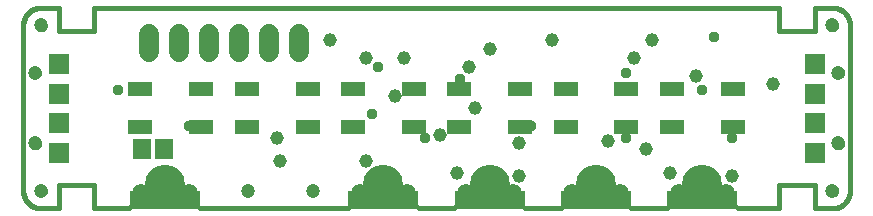
<source format=gts>
G75*
%MOIN*%
%OFA0B0*%
%FSLAX25Y25*%
%IPPOS*%
%LPD*%
%AMOC8*
5,1,8,0,0,1.08239X$1,22.5*
%
%ADD10C,0.01600*%
%ADD11C,0.00000*%
%ADD12C,0.04737*%
%ADD13C,0.01200*%
%ADD14R,0.08400X0.04600*%
%ADD15C,0.05524*%
%ADD16C,0.13461*%
%ADD17R,0.23622X0.05906*%
%ADD18R,0.06800X0.06800*%
%ADD19R,0.05918X0.07099*%
%ADD20C,0.06800*%
%ADD21C,0.03769*%
%ADD22C,0.04550*%
D10*
X0049997Y0025656D02*
X0055902Y0025656D01*
X0055902Y0033530D01*
X0067713Y0033530D01*
X0067713Y0025656D01*
X0079524Y0025656D01*
X0103146Y0025656D02*
X0152359Y0025656D01*
X0175981Y0025656D02*
X0187792Y0025656D01*
X0211414Y0025656D02*
X0223225Y0025656D01*
X0246847Y0025656D02*
X0258658Y0025656D01*
X0282280Y0025656D02*
X0296060Y0025656D01*
X0296060Y0033530D01*
X0307871Y0033530D01*
X0307871Y0025656D01*
X0313776Y0025656D01*
X0313776Y0025655D02*
X0313928Y0025657D01*
X0314080Y0025663D01*
X0314232Y0025673D01*
X0314383Y0025686D01*
X0314534Y0025704D01*
X0314685Y0025725D01*
X0314835Y0025751D01*
X0314984Y0025780D01*
X0315133Y0025813D01*
X0315280Y0025850D01*
X0315427Y0025890D01*
X0315572Y0025935D01*
X0315716Y0025983D01*
X0315859Y0026035D01*
X0316001Y0026090D01*
X0316141Y0026149D01*
X0316280Y0026212D01*
X0316417Y0026278D01*
X0316552Y0026348D01*
X0316685Y0026421D01*
X0316816Y0026498D01*
X0316946Y0026578D01*
X0317073Y0026661D01*
X0317198Y0026747D01*
X0317321Y0026837D01*
X0317441Y0026930D01*
X0317559Y0027026D01*
X0317675Y0027125D01*
X0317788Y0027227D01*
X0317898Y0027331D01*
X0318006Y0027439D01*
X0318110Y0027549D01*
X0318212Y0027662D01*
X0318311Y0027778D01*
X0318407Y0027896D01*
X0318500Y0028016D01*
X0318590Y0028139D01*
X0318676Y0028264D01*
X0318759Y0028391D01*
X0318839Y0028521D01*
X0318916Y0028652D01*
X0318989Y0028785D01*
X0319059Y0028920D01*
X0319125Y0029057D01*
X0319188Y0029196D01*
X0319247Y0029336D01*
X0319302Y0029478D01*
X0319354Y0029621D01*
X0319402Y0029765D01*
X0319447Y0029910D01*
X0319487Y0030057D01*
X0319524Y0030204D01*
X0319557Y0030353D01*
X0319586Y0030502D01*
X0319612Y0030652D01*
X0319633Y0030803D01*
X0319651Y0030954D01*
X0319664Y0031105D01*
X0319674Y0031257D01*
X0319680Y0031409D01*
X0319682Y0031561D01*
X0319682Y0086679D01*
X0319680Y0086831D01*
X0319674Y0086983D01*
X0319664Y0087135D01*
X0319651Y0087286D01*
X0319633Y0087437D01*
X0319612Y0087588D01*
X0319586Y0087738D01*
X0319557Y0087887D01*
X0319524Y0088036D01*
X0319487Y0088183D01*
X0319447Y0088330D01*
X0319402Y0088475D01*
X0319354Y0088619D01*
X0319302Y0088762D01*
X0319247Y0088904D01*
X0319188Y0089044D01*
X0319125Y0089183D01*
X0319059Y0089320D01*
X0318989Y0089455D01*
X0318916Y0089588D01*
X0318839Y0089719D01*
X0318759Y0089849D01*
X0318676Y0089976D01*
X0318590Y0090101D01*
X0318500Y0090224D01*
X0318407Y0090344D01*
X0318311Y0090462D01*
X0318212Y0090578D01*
X0318110Y0090691D01*
X0318006Y0090801D01*
X0317898Y0090909D01*
X0317788Y0091013D01*
X0317675Y0091115D01*
X0317559Y0091214D01*
X0317441Y0091310D01*
X0317321Y0091403D01*
X0317198Y0091493D01*
X0317073Y0091579D01*
X0316946Y0091662D01*
X0316816Y0091742D01*
X0316685Y0091819D01*
X0316552Y0091892D01*
X0316417Y0091962D01*
X0316280Y0092028D01*
X0316141Y0092091D01*
X0316001Y0092150D01*
X0315859Y0092205D01*
X0315716Y0092257D01*
X0315572Y0092305D01*
X0315427Y0092350D01*
X0315280Y0092390D01*
X0315133Y0092427D01*
X0314984Y0092460D01*
X0314835Y0092489D01*
X0314685Y0092515D01*
X0314534Y0092536D01*
X0314383Y0092554D01*
X0314232Y0092567D01*
X0314080Y0092577D01*
X0313928Y0092583D01*
X0313776Y0092585D01*
X0307871Y0092585D01*
X0307871Y0084711D01*
X0296060Y0084711D01*
X0296060Y0092585D01*
X0067713Y0092585D01*
X0067713Y0084711D01*
X0055902Y0084711D01*
X0055902Y0092585D01*
X0049997Y0092585D01*
X0049845Y0092583D01*
X0049693Y0092577D01*
X0049541Y0092567D01*
X0049390Y0092554D01*
X0049239Y0092536D01*
X0049088Y0092515D01*
X0048938Y0092489D01*
X0048789Y0092460D01*
X0048640Y0092427D01*
X0048493Y0092390D01*
X0048346Y0092350D01*
X0048201Y0092305D01*
X0048057Y0092257D01*
X0047914Y0092205D01*
X0047772Y0092150D01*
X0047632Y0092091D01*
X0047493Y0092028D01*
X0047356Y0091962D01*
X0047221Y0091892D01*
X0047088Y0091819D01*
X0046957Y0091742D01*
X0046827Y0091662D01*
X0046700Y0091579D01*
X0046575Y0091493D01*
X0046452Y0091403D01*
X0046332Y0091310D01*
X0046214Y0091214D01*
X0046098Y0091115D01*
X0045985Y0091013D01*
X0045875Y0090909D01*
X0045767Y0090801D01*
X0045663Y0090691D01*
X0045561Y0090578D01*
X0045462Y0090462D01*
X0045366Y0090344D01*
X0045273Y0090224D01*
X0045183Y0090101D01*
X0045097Y0089976D01*
X0045014Y0089849D01*
X0044934Y0089719D01*
X0044857Y0089588D01*
X0044784Y0089455D01*
X0044714Y0089320D01*
X0044648Y0089183D01*
X0044585Y0089044D01*
X0044526Y0088904D01*
X0044471Y0088762D01*
X0044419Y0088619D01*
X0044371Y0088475D01*
X0044326Y0088330D01*
X0044286Y0088183D01*
X0044249Y0088036D01*
X0044216Y0087887D01*
X0044187Y0087738D01*
X0044161Y0087588D01*
X0044140Y0087437D01*
X0044122Y0087286D01*
X0044109Y0087135D01*
X0044099Y0086983D01*
X0044093Y0086831D01*
X0044091Y0086679D01*
X0044091Y0031561D01*
X0044093Y0031409D01*
X0044099Y0031257D01*
X0044109Y0031105D01*
X0044122Y0030954D01*
X0044140Y0030803D01*
X0044161Y0030652D01*
X0044187Y0030502D01*
X0044216Y0030353D01*
X0044249Y0030204D01*
X0044286Y0030057D01*
X0044326Y0029910D01*
X0044371Y0029765D01*
X0044419Y0029621D01*
X0044471Y0029478D01*
X0044526Y0029336D01*
X0044585Y0029196D01*
X0044648Y0029057D01*
X0044714Y0028920D01*
X0044784Y0028785D01*
X0044857Y0028652D01*
X0044934Y0028521D01*
X0045014Y0028391D01*
X0045097Y0028264D01*
X0045183Y0028139D01*
X0045273Y0028016D01*
X0045366Y0027896D01*
X0045462Y0027778D01*
X0045561Y0027662D01*
X0045663Y0027549D01*
X0045767Y0027439D01*
X0045875Y0027331D01*
X0045985Y0027227D01*
X0046098Y0027125D01*
X0046214Y0027026D01*
X0046332Y0026930D01*
X0046452Y0026837D01*
X0046575Y0026747D01*
X0046700Y0026661D01*
X0046827Y0026578D01*
X0046957Y0026498D01*
X0047088Y0026421D01*
X0047221Y0026348D01*
X0047356Y0026278D01*
X0047493Y0026212D01*
X0047632Y0026149D01*
X0047772Y0026090D01*
X0047914Y0026035D01*
X0048057Y0025983D01*
X0048201Y0025935D01*
X0048346Y0025890D01*
X0048493Y0025850D01*
X0048640Y0025813D01*
X0048789Y0025780D01*
X0048938Y0025751D01*
X0049088Y0025725D01*
X0049239Y0025704D01*
X0049390Y0025686D01*
X0049541Y0025673D01*
X0049693Y0025663D01*
X0049845Y0025657D01*
X0049997Y0025655D01*
D11*
X0048028Y0031561D02*
X0048030Y0031649D01*
X0048036Y0031737D01*
X0048046Y0031825D01*
X0048060Y0031913D01*
X0048077Y0031999D01*
X0048099Y0032085D01*
X0048124Y0032169D01*
X0048154Y0032253D01*
X0048186Y0032335D01*
X0048223Y0032415D01*
X0048263Y0032494D01*
X0048307Y0032571D01*
X0048354Y0032646D01*
X0048404Y0032718D01*
X0048458Y0032789D01*
X0048514Y0032856D01*
X0048574Y0032922D01*
X0048636Y0032984D01*
X0048702Y0033044D01*
X0048769Y0033100D01*
X0048840Y0033154D01*
X0048912Y0033204D01*
X0048987Y0033251D01*
X0049064Y0033295D01*
X0049143Y0033335D01*
X0049223Y0033372D01*
X0049305Y0033404D01*
X0049389Y0033434D01*
X0049473Y0033459D01*
X0049559Y0033481D01*
X0049645Y0033498D01*
X0049733Y0033512D01*
X0049821Y0033522D01*
X0049909Y0033528D01*
X0049997Y0033530D01*
X0050085Y0033528D01*
X0050173Y0033522D01*
X0050261Y0033512D01*
X0050349Y0033498D01*
X0050435Y0033481D01*
X0050521Y0033459D01*
X0050605Y0033434D01*
X0050689Y0033404D01*
X0050771Y0033372D01*
X0050851Y0033335D01*
X0050930Y0033295D01*
X0051007Y0033251D01*
X0051082Y0033204D01*
X0051154Y0033154D01*
X0051225Y0033100D01*
X0051292Y0033044D01*
X0051358Y0032984D01*
X0051420Y0032922D01*
X0051480Y0032856D01*
X0051536Y0032789D01*
X0051590Y0032718D01*
X0051640Y0032646D01*
X0051687Y0032571D01*
X0051731Y0032494D01*
X0051771Y0032415D01*
X0051808Y0032335D01*
X0051840Y0032253D01*
X0051870Y0032169D01*
X0051895Y0032085D01*
X0051917Y0031999D01*
X0051934Y0031913D01*
X0051948Y0031825D01*
X0051958Y0031737D01*
X0051964Y0031649D01*
X0051966Y0031561D01*
X0051964Y0031473D01*
X0051958Y0031385D01*
X0051948Y0031297D01*
X0051934Y0031209D01*
X0051917Y0031123D01*
X0051895Y0031037D01*
X0051870Y0030953D01*
X0051840Y0030869D01*
X0051808Y0030787D01*
X0051771Y0030707D01*
X0051731Y0030628D01*
X0051687Y0030551D01*
X0051640Y0030476D01*
X0051590Y0030404D01*
X0051536Y0030333D01*
X0051480Y0030266D01*
X0051420Y0030200D01*
X0051358Y0030138D01*
X0051292Y0030078D01*
X0051225Y0030022D01*
X0051154Y0029968D01*
X0051082Y0029918D01*
X0051007Y0029871D01*
X0050930Y0029827D01*
X0050851Y0029787D01*
X0050771Y0029750D01*
X0050689Y0029718D01*
X0050605Y0029688D01*
X0050521Y0029663D01*
X0050435Y0029641D01*
X0050349Y0029624D01*
X0050261Y0029610D01*
X0050173Y0029600D01*
X0050085Y0029594D01*
X0049997Y0029592D01*
X0049909Y0029594D01*
X0049821Y0029600D01*
X0049733Y0029610D01*
X0049645Y0029624D01*
X0049559Y0029641D01*
X0049473Y0029663D01*
X0049389Y0029688D01*
X0049305Y0029718D01*
X0049223Y0029750D01*
X0049143Y0029787D01*
X0049064Y0029827D01*
X0048987Y0029871D01*
X0048912Y0029918D01*
X0048840Y0029968D01*
X0048769Y0030022D01*
X0048702Y0030078D01*
X0048636Y0030138D01*
X0048574Y0030200D01*
X0048514Y0030266D01*
X0048458Y0030333D01*
X0048404Y0030404D01*
X0048354Y0030476D01*
X0048307Y0030551D01*
X0048263Y0030628D01*
X0048223Y0030707D01*
X0048186Y0030787D01*
X0048154Y0030869D01*
X0048124Y0030953D01*
X0048099Y0031037D01*
X0048077Y0031123D01*
X0048060Y0031209D01*
X0048046Y0031297D01*
X0048036Y0031385D01*
X0048030Y0031473D01*
X0048028Y0031561D01*
X0046059Y0047309D02*
X0046061Y0047397D01*
X0046067Y0047485D01*
X0046077Y0047573D01*
X0046091Y0047661D01*
X0046108Y0047747D01*
X0046130Y0047833D01*
X0046155Y0047917D01*
X0046185Y0048001D01*
X0046217Y0048083D01*
X0046254Y0048163D01*
X0046294Y0048242D01*
X0046338Y0048319D01*
X0046385Y0048394D01*
X0046435Y0048466D01*
X0046489Y0048537D01*
X0046545Y0048604D01*
X0046605Y0048670D01*
X0046667Y0048732D01*
X0046733Y0048792D01*
X0046800Y0048848D01*
X0046871Y0048902D01*
X0046943Y0048952D01*
X0047018Y0048999D01*
X0047095Y0049043D01*
X0047174Y0049083D01*
X0047254Y0049120D01*
X0047336Y0049152D01*
X0047420Y0049182D01*
X0047504Y0049207D01*
X0047590Y0049229D01*
X0047676Y0049246D01*
X0047764Y0049260D01*
X0047852Y0049270D01*
X0047940Y0049276D01*
X0048028Y0049278D01*
X0048116Y0049276D01*
X0048204Y0049270D01*
X0048292Y0049260D01*
X0048380Y0049246D01*
X0048466Y0049229D01*
X0048552Y0049207D01*
X0048636Y0049182D01*
X0048720Y0049152D01*
X0048802Y0049120D01*
X0048882Y0049083D01*
X0048961Y0049043D01*
X0049038Y0048999D01*
X0049113Y0048952D01*
X0049185Y0048902D01*
X0049256Y0048848D01*
X0049323Y0048792D01*
X0049389Y0048732D01*
X0049451Y0048670D01*
X0049511Y0048604D01*
X0049567Y0048537D01*
X0049621Y0048466D01*
X0049671Y0048394D01*
X0049718Y0048319D01*
X0049762Y0048242D01*
X0049802Y0048163D01*
X0049839Y0048083D01*
X0049871Y0048001D01*
X0049901Y0047917D01*
X0049926Y0047833D01*
X0049948Y0047747D01*
X0049965Y0047661D01*
X0049979Y0047573D01*
X0049989Y0047485D01*
X0049995Y0047397D01*
X0049997Y0047309D01*
X0049995Y0047221D01*
X0049989Y0047133D01*
X0049979Y0047045D01*
X0049965Y0046957D01*
X0049948Y0046871D01*
X0049926Y0046785D01*
X0049901Y0046701D01*
X0049871Y0046617D01*
X0049839Y0046535D01*
X0049802Y0046455D01*
X0049762Y0046376D01*
X0049718Y0046299D01*
X0049671Y0046224D01*
X0049621Y0046152D01*
X0049567Y0046081D01*
X0049511Y0046014D01*
X0049451Y0045948D01*
X0049389Y0045886D01*
X0049323Y0045826D01*
X0049256Y0045770D01*
X0049185Y0045716D01*
X0049113Y0045666D01*
X0049038Y0045619D01*
X0048961Y0045575D01*
X0048882Y0045535D01*
X0048802Y0045498D01*
X0048720Y0045466D01*
X0048636Y0045436D01*
X0048552Y0045411D01*
X0048466Y0045389D01*
X0048380Y0045372D01*
X0048292Y0045358D01*
X0048204Y0045348D01*
X0048116Y0045342D01*
X0048028Y0045340D01*
X0047940Y0045342D01*
X0047852Y0045348D01*
X0047764Y0045358D01*
X0047676Y0045372D01*
X0047590Y0045389D01*
X0047504Y0045411D01*
X0047420Y0045436D01*
X0047336Y0045466D01*
X0047254Y0045498D01*
X0047174Y0045535D01*
X0047095Y0045575D01*
X0047018Y0045619D01*
X0046943Y0045666D01*
X0046871Y0045716D01*
X0046800Y0045770D01*
X0046733Y0045826D01*
X0046667Y0045886D01*
X0046605Y0045948D01*
X0046545Y0046014D01*
X0046489Y0046081D01*
X0046435Y0046152D01*
X0046385Y0046224D01*
X0046338Y0046299D01*
X0046294Y0046376D01*
X0046254Y0046455D01*
X0046217Y0046535D01*
X0046185Y0046617D01*
X0046155Y0046701D01*
X0046130Y0046785D01*
X0046108Y0046871D01*
X0046091Y0046957D01*
X0046077Y0047045D01*
X0046067Y0047133D01*
X0046061Y0047221D01*
X0046059Y0047309D01*
X0046059Y0070931D02*
X0046061Y0071019D01*
X0046067Y0071107D01*
X0046077Y0071195D01*
X0046091Y0071283D01*
X0046108Y0071369D01*
X0046130Y0071455D01*
X0046155Y0071539D01*
X0046185Y0071623D01*
X0046217Y0071705D01*
X0046254Y0071785D01*
X0046294Y0071864D01*
X0046338Y0071941D01*
X0046385Y0072016D01*
X0046435Y0072088D01*
X0046489Y0072159D01*
X0046545Y0072226D01*
X0046605Y0072292D01*
X0046667Y0072354D01*
X0046733Y0072414D01*
X0046800Y0072470D01*
X0046871Y0072524D01*
X0046943Y0072574D01*
X0047018Y0072621D01*
X0047095Y0072665D01*
X0047174Y0072705D01*
X0047254Y0072742D01*
X0047336Y0072774D01*
X0047420Y0072804D01*
X0047504Y0072829D01*
X0047590Y0072851D01*
X0047676Y0072868D01*
X0047764Y0072882D01*
X0047852Y0072892D01*
X0047940Y0072898D01*
X0048028Y0072900D01*
X0048116Y0072898D01*
X0048204Y0072892D01*
X0048292Y0072882D01*
X0048380Y0072868D01*
X0048466Y0072851D01*
X0048552Y0072829D01*
X0048636Y0072804D01*
X0048720Y0072774D01*
X0048802Y0072742D01*
X0048882Y0072705D01*
X0048961Y0072665D01*
X0049038Y0072621D01*
X0049113Y0072574D01*
X0049185Y0072524D01*
X0049256Y0072470D01*
X0049323Y0072414D01*
X0049389Y0072354D01*
X0049451Y0072292D01*
X0049511Y0072226D01*
X0049567Y0072159D01*
X0049621Y0072088D01*
X0049671Y0072016D01*
X0049718Y0071941D01*
X0049762Y0071864D01*
X0049802Y0071785D01*
X0049839Y0071705D01*
X0049871Y0071623D01*
X0049901Y0071539D01*
X0049926Y0071455D01*
X0049948Y0071369D01*
X0049965Y0071283D01*
X0049979Y0071195D01*
X0049989Y0071107D01*
X0049995Y0071019D01*
X0049997Y0070931D01*
X0049995Y0070843D01*
X0049989Y0070755D01*
X0049979Y0070667D01*
X0049965Y0070579D01*
X0049948Y0070493D01*
X0049926Y0070407D01*
X0049901Y0070323D01*
X0049871Y0070239D01*
X0049839Y0070157D01*
X0049802Y0070077D01*
X0049762Y0069998D01*
X0049718Y0069921D01*
X0049671Y0069846D01*
X0049621Y0069774D01*
X0049567Y0069703D01*
X0049511Y0069636D01*
X0049451Y0069570D01*
X0049389Y0069508D01*
X0049323Y0069448D01*
X0049256Y0069392D01*
X0049185Y0069338D01*
X0049113Y0069288D01*
X0049038Y0069241D01*
X0048961Y0069197D01*
X0048882Y0069157D01*
X0048802Y0069120D01*
X0048720Y0069088D01*
X0048636Y0069058D01*
X0048552Y0069033D01*
X0048466Y0069011D01*
X0048380Y0068994D01*
X0048292Y0068980D01*
X0048204Y0068970D01*
X0048116Y0068964D01*
X0048028Y0068962D01*
X0047940Y0068964D01*
X0047852Y0068970D01*
X0047764Y0068980D01*
X0047676Y0068994D01*
X0047590Y0069011D01*
X0047504Y0069033D01*
X0047420Y0069058D01*
X0047336Y0069088D01*
X0047254Y0069120D01*
X0047174Y0069157D01*
X0047095Y0069197D01*
X0047018Y0069241D01*
X0046943Y0069288D01*
X0046871Y0069338D01*
X0046800Y0069392D01*
X0046733Y0069448D01*
X0046667Y0069508D01*
X0046605Y0069570D01*
X0046545Y0069636D01*
X0046489Y0069703D01*
X0046435Y0069774D01*
X0046385Y0069846D01*
X0046338Y0069921D01*
X0046294Y0069998D01*
X0046254Y0070077D01*
X0046217Y0070157D01*
X0046185Y0070239D01*
X0046155Y0070323D01*
X0046130Y0070407D01*
X0046108Y0070493D01*
X0046091Y0070579D01*
X0046077Y0070667D01*
X0046067Y0070755D01*
X0046061Y0070843D01*
X0046059Y0070931D01*
X0048028Y0086679D02*
X0048030Y0086767D01*
X0048036Y0086855D01*
X0048046Y0086943D01*
X0048060Y0087031D01*
X0048077Y0087117D01*
X0048099Y0087203D01*
X0048124Y0087287D01*
X0048154Y0087371D01*
X0048186Y0087453D01*
X0048223Y0087533D01*
X0048263Y0087612D01*
X0048307Y0087689D01*
X0048354Y0087764D01*
X0048404Y0087836D01*
X0048458Y0087907D01*
X0048514Y0087974D01*
X0048574Y0088040D01*
X0048636Y0088102D01*
X0048702Y0088162D01*
X0048769Y0088218D01*
X0048840Y0088272D01*
X0048912Y0088322D01*
X0048987Y0088369D01*
X0049064Y0088413D01*
X0049143Y0088453D01*
X0049223Y0088490D01*
X0049305Y0088522D01*
X0049389Y0088552D01*
X0049473Y0088577D01*
X0049559Y0088599D01*
X0049645Y0088616D01*
X0049733Y0088630D01*
X0049821Y0088640D01*
X0049909Y0088646D01*
X0049997Y0088648D01*
X0050085Y0088646D01*
X0050173Y0088640D01*
X0050261Y0088630D01*
X0050349Y0088616D01*
X0050435Y0088599D01*
X0050521Y0088577D01*
X0050605Y0088552D01*
X0050689Y0088522D01*
X0050771Y0088490D01*
X0050851Y0088453D01*
X0050930Y0088413D01*
X0051007Y0088369D01*
X0051082Y0088322D01*
X0051154Y0088272D01*
X0051225Y0088218D01*
X0051292Y0088162D01*
X0051358Y0088102D01*
X0051420Y0088040D01*
X0051480Y0087974D01*
X0051536Y0087907D01*
X0051590Y0087836D01*
X0051640Y0087764D01*
X0051687Y0087689D01*
X0051731Y0087612D01*
X0051771Y0087533D01*
X0051808Y0087453D01*
X0051840Y0087371D01*
X0051870Y0087287D01*
X0051895Y0087203D01*
X0051917Y0087117D01*
X0051934Y0087031D01*
X0051948Y0086943D01*
X0051958Y0086855D01*
X0051964Y0086767D01*
X0051966Y0086679D01*
X0051964Y0086591D01*
X0051958Y0086503D01*
X0051948Y0086415D01*
X0051934Y0086327D01*
X0051917Y0086241D01*
X0051895Y0086155D01*
X0051870Y0086071D01*
X0051840Y0085987D01*
X0051808Y0085905D01*
X0051771Y0085825D01*
X0051731Y0085746D01*
X0051687Y0085669D01*
X0051640Y0085594D01*
X0051590Y0085522D01*
X0051536Y0085451D01*
X0051480Y0085384D01*
X0051420Y0085318D01*
X0051358Y0085256D01*
X0051292Y0085196D01*
X0051225Y0085140D01*
X0051154Y0085086D01*
X0051082Y0085036D01*
X0051007Y0084989D01*
X0050930Y0084945D01*
X0050851Y0084905D01*
X0050771Y0084868D01*
X0050689Y0084836D01*
X0050605Y0084806D01*
X0050521Y0084781D01*
X0050435Y0084759D01*
X0050349Y0084742D01*
X0050261Y0084728D01*
X0050173Y0084718D01*
X0050085Y0084712D01*
X0049997Y0084710D01*
X0049909Y0084712D01*
X0049821Y0084718D01*
X0049733Y0084728D01*
X0049645Y0084742D01*
X0049559Y0084759D01*
X0049473Y0084781D01*
X0049389Y0084806D01*
X0049305Y0084836D01*
X0049223Y0084868D01*
X0049143Y0084905D01*
X0049064Y0084945D01*
X0048987Y0084989D01*
X0048912Y0085036D01*
X0048840Y0085086D01*
X0048769Y0085140D01*
X0048702Y0085196D01*
X0048636Y0085256D01*
X0048574Y0085318D01*
X0048514Y0085384D01*
X0048458Y0085451D01*
X0048404Y0085522D01*
X0048354Y0085594D01*
X0048307Y0085669D01*
X0048263Y0085746D01*
X0048223Y0085825D01*
X0048186Y0085905D01*
X0048154Y0085987D01*
X0048124Y0086071D01*
X0048099Y0086155D01*
X0048077Y0086241D01*
X0048060Y0086327D01*
X0048046Y0086415D01*
X0048036Y0086503D01*
X0048030Y0086591D01*
X0048028Y0086679D01*
X0116925Y0031561D02*
X0116927Y0031649D01*
X0116933Y0031737D01*
X0116943Y0031825D01*
X0116957Y0031913D01*
X0116974Y0031999D01*
X0116996Y0032085D01*
X0117021Y0032169D01*
X0117051Y0032253D01*
X0117083Y0032335D01*
X0117120Y0032415D01*
X0117160Y0032494D01*
X0117204Y0032571D01*
X0117251Y0032646D01*
X0117301Y0032718D01*
X0117355Y0032789D01*
X0117411Y0032856D01*
X0117471Y0032922D01*
X0117533Y0032984D01*
X0117599Y0033044D01*
X0117666Y0033100D01*
X0117737Y0033154D01*
X0117809Y0033204D01*
X0117884Y0033251D01*
X0117961Y0033295D01*
X0118040Y0033335D01*
X0118120Y0033372D01*
X0118202Y0033404D01*
X0118286Y0033434D01*
X0118370Y0033459D01*
X0118456Y0033481D01*
X0118542Y0033498D01*
X0118630Y0033512D01*
X0118718Y0033522D01*
X0118806Y0033528D01*
X0118894Y0033530D01*
X0118982Y0033528D01*
X0119070Y0033522D01*
X0119158Y0033512D01*
X0119246Y0033498D01*
X0119332Y0033481D01*
X0119418Y0033459D01*
X0119502Y0033434D01*
X0119586Y0033404D01*
X0119668Y0033372D01*
X0119748Y0033335D01*
X0119827Y0033295D01*
X0119904Y0033251D01*
X0119979Y0033204D01*
X0120051Y0033154D01*
X0120122Y0033100D01*
X0120189Y0033044D01*
X0120255Y0032984D01*
X0120317Y0032922D01*
X0120377Y0032856D01*
X0120433Y0032789D01*
X0120487Y0032718D01*
X0120537Y0032646D01*
X0120584Y0032571D01*
X0120628Y0032494D01*
X0120668Y0032415D01*
X0120705Y0032335D01*
X0120737Y0032253D01*
X0120767Y0032169D01*
X0120792Y0032085D01*
X0120814Y0031999D01*
X0120831Y0031913D01*
X0120845Y0031825D01*
X0120855Y0031737D01*
X0120861Y0031649D01*
X0120863Y0031561D01*
X0120861Y0031473D01*
X0120855Y0031385D01*
X0120845Y0031297D01*
X0120831Y0031209D01*
X0120814Y0031123D01*
X0120792Y0031037D01*
X0120767Y0030953D01*
X0120737Y0030869D01*
X0120705Y0030787D01*
X0120668Y0030707D01*
X0120628Y0030628D01*
X0120584Y0030551D01*
X0120537Y0030476D01*
X0120487Y0030404D01*
X0120433Y0030333D01*
X0120377Y0030266D01*
X0120317Y0030200D01*
X0120255Y0030138D01*
X0120189Y0030078D01*
X0120122Y0030022D01*
X0120051Y0029968D01*
X0119979Y0029918D01*
X0119904Y0029871D01*
X0119827Y0029827D01*
X0119748Y0029787D01*
X0119668Y0029750D01*
X0119586Y0029718D01*
X0119502Y0029688D01*
X0119418Y0029663D01*
X0119332Y0029641D01*
X0119246Y0029624D01*
X0119158Y0029610D01*
X0119070Y0029600D01*
X0118982Y0029594D01*
X0118894Y0029592D01*
X0118806Y0029594D01*
X0118718Y0029600D01*
X0118630Y0029610D01*
X0118542Y0029624D01*
X0118456Y0029641D01*
X0118370Y0029663D01*
X0118286Y0029688D01*
X0118202Y0029718D01*
X0118120Y0029750D01*
X0118040Y0029787D01*
X0117961Y0029827D01*
X0117884Y0029871D01*
X0117809Y0029918D01*
X0117737Y0029968D01*
X0117666Y0030022D01*
X0117599Y0030078D01*
X0117533Y0030138D01*
X0117471Y0030200D01*
X0117411Y0030266D01*
X0117355Y0030333D01*
X0117301Y0030404D01*
X0117251Y0030476D01*
X0117204Y0030551D01*
X0117160Y0030628D01*
X0117120Y0030707D01*
X0117083Y0030787D01*
X0117051Y0030869D01*
X0117021Y0030953D01*
X0116996Y0031037D01*
X0116974Y0031123D01*
X0116957Y0031209D01*
X0116943Y0031297D01*
X0116933Y0031385D01*
X0116927Y0031473D01*
X0116925Y0031561D01*
X0138579Y0031561D02*
X0138581Y0031649D01*
X0138587Y0031737D01*
X0138597Y0031825D01*
X0138611Y0031913D01*
X0138628Y0031999D01*
X0138650Y0032085D01*
X0138675Y0032169D01*
X0138705Y0032253D01*
X0138737Y0032335D01*
X0138774Y0032415D01*
X0138814Y0032494D01*
X0138858Y0032571D01*
X0138905Y0032646D01*
X0138955Y0032718D01*
X0139009Y0032789D01*
X0139065Y0032856D01*
X0139125Y0032922D01*
X0139187Y0032984D01*
X0139253Y0033044D01*
X0139320Y0033100D01*
X0139391Y0033154D01*
X0139463Y0033204D01*
X0139538Y0033251D01*
X0139615Y0033295D01*
X0139694Y0033335D01*
X0139774Y0033372D01*
X0139856Y0033404D01*
X0139940Y0033434D01*
X0140024Y0033459D01*
X0140110Y0033481D01*
X0140196Y0033498D01*
X0140284Y0033512D01*
X0140372Y0033522D01*
X0140460Y0033528D01*
X0140548Y0033530D01*
X0140636Y0033528D01*
X0140724Y0033522D01*
X0140812Y0033512D01*
X0140900Y0033498D01*
X0140986Y0033481D01*
X0141072Y0033459D01*
X0141156Y0033434D01*
X0141240Y0033404D01*
X0141322Y0033372D01*
X0141402Y0033335D01*
X0141481Y0033295D01*
X0141558Y0033251D01*
X0141633Y0033204D01*
X0141705Y0033154D01*
X0141776Y0033100D01*
X0141843Y0033044D01*
X0141909Y0032984D01*
X0141971Y0032922D01*
X0142031Y0032856D01*
X0142087Y0032789D01*
X0142141Y0032718D01*
X0142191Y0032646D01*
X0142238Y0032571D01*
X0142282Y0032494D01*
X0142322Y0032415D01*
X0142359Y0032335D01*
X0142391Y0032253D01*
X0142421Y0032169D01*
X0142446Y0032085D01*
X0142468Y0031999D01*
X0142485Y0031913D01*
X0142499Y0031825D01*
X0142509Y0031737D01*
X0142515Y0031649D01*
X0142517Y0031561D01*
X0142515Y0031473D01*
X0142509Y0031385D01*
X0142499Y0031297D01*
X0142485Y0031209D01*
X0142468Y0031123D01*
X0142446Y0031037D01*
X0142421Y0030953D01*
X0142391Y0030869D01*
X0142359Y0030787D01*
X0142322Y0030707D01*
X0142282Y0030628D01*
X0142238Y0030551D01*
X0142191Y0030476D01*
X0142141Y0030404D01*
X0142087Y0030333D01*
X0142031Y0030266D01*
X0141971Y0030200D01*
X0141909Y0030138D01*
X0141843Y0030078D01*
X0141776Y0030022D01*
X0141705Y0029968D01*
X0141633Y0029918D01*
X0141558Y0029871D01*
X0141481Y0029827D01*
X0141402Y0029787D01*
X0141322Y0029750D01*
X0141240Y0029718D01*
X0141156Y0029688D01*
X0141072Y0029663D01*
X0140986Y0029641D01*
X0140900Y0029624D01*
X0140812Y0029610D01*
X0140724Y0029600D01*
X0140636Y0029594D01*
X0140548Y0029592D01*
X0140460Y0029594D01*
X0140372Y0029600D01*
X0140284Y0029610D01*
X0140196Y0029624D01*
X0140110Y0029641D01*
X0140024Y0029663D01*
X0139940Y0029688D01*
X0139856Y0029718D01*
X0139774Y0029750D01*
X0139694Y0029787D01*
X0139615Y0029827D01*
X0139538Y0029871D01*
X0139463Y0029918D01*
X0139391Y0029968D01*
X0139320Y0030022D01*
X0139253Y0030078D01*
X0139187Y0030138D01*
X0139125Y0030200D01*
X0139065Y0030266D01*
X0139009Y0030333D01*
X0138955Y0030404D01*
X0138905Y0030476D01*
X0138858Y0030551D01*
X0138814Y0030628D01*
X0138774Y0030707D01*
X0138737Y0030787D01*
X0138705Y0030869D01*
X0138675Y0030953D01*
X0138650Y0031037D01*
X0138628Y0031123D01*
X0138611Y0031209D01*
X0138597Y0031297D01*
X0138587Y0031385D01*
X0138581Y0031473D01*
X0138579Y0031561D01*
X0311807Y0031561D02*
X0311809Y0031649D01*
X0311815Y0031737D01*
X0311825Y0031825D01*
X0311839Y0031913D01*
X0311856Y0031999D01*
X0311878Y0032085D01*
X0311903Y0032169D01*
X0311933Y0032253D01*
X0311965Y0032335D01*
X0312002Y0032415D01*
X0312042Y0032494D01*
X0312086Y0032571D01*
X0312133Y0032646D01*
X0312183Y0032718D01*
X0312237Y0032789D01*
X0312293Y0032856D01*
X0312353Y0032922D01*
X0312415Y0032984D01*
X0312481Y0033044D01*
X0312548Y0033100D01*
X0312619Y0033154D01*
X0312691Y0033204D01*
X0312766Y0033251D01*
X0312843Y0033295D01*
X0312922Y0033335D01*
X0313002Y0033372D01*
X0313084Y0033404D01*
X0313168Y0033434D01*
X0313252Y0033459D01*
X0313338Y0033481D01*
X0313424Y0033498D01*
X0313512Y0033512D01*
X0313600Y0033522D01*
X0313688Y0033528D01*
X0313776Y0033530D01*
X0313864Y0033528D01*
X0313952Y0033522D01*
X0314040Y0033512D01*
X0314128Y0033498D01*
X0314214Y0033481D01*
X0314300Y0033459D01*
X0314384Y0033434D01*
X0314468Y0033404D01*
X0314550Y0033372D01*
X0314630Y0033335D01*
X0314709Y0033295D01*
X0314786Y0033251D01*
X0314861Y0033204D01*
X0314933Y0033154D01*
X0315004Y0033100D01*
X0315071Y0033044D01*
X0315137Y0032984D01*
X0315199Y0032922D01*
X0315259Y0032856D01*
X0315315Y0032789D01*
X0315369Y0032718D01*
X0315419Y0032646D01*
X0315466Y0032571D01*
X0315510Y0032494D01*
X0315550Y0032415D01*
X0315587Y0032335D01*
X0315619Y0032253D01*
X0315649Y0032169D01*
X0315674Y0032085D01*
X0315696Y0031999D01*
X0315713Y0031913D01*
X0315727Y0031825D01*
X0315737Y0031737D01*
X0315743Y0031649D01*
X0315745Y0031561D01*
X0315743Y0031473D01*
X0315737Y0031385D01*
X0315727Y0031297D01*
X0315713Y0031209D01*
X0315696Y0031123D01*
X0315674Y0031037D01*
X0315649Y0030953D01*
X0315619Y0030869D01*
X0315587Y0030787D01*
X0315550Y0030707D01*
X0315510Y0030628D01*
X0315466Y0030551D01*
X0315419Y0030476D01*
X0315369Y0030404D01*
X0315315Y0030333D01*
X0315259Y0030266D01*
X0315199Y0030200D01*
X0315137Y0030138D01*
X0315071Y0030078D01*
X0315004Y0030022D01*
X0314933Y0029968D01*
X0314861Y0029918D01*
X0314786Y0029871D01*
X0314709Y0029827D01*
X0314630Y0029787D01*
X0314550Y0029750D01*
X0314468Y0029718D01*
X0314384Y0029688D01*
X0314300Y0029663D01*
X0314214Y0029641D01*
X0314128Y0029624D01*
X0314040Y0029610D01*
X0313952Y0029600D01*
X0313864Y0029594D01*
X0313776Y0029592D01*
X0313688Y0029594D01*
X0313600Y0029600D01*
X0313512Y0029610D01*
X0313424Y0029624D01*
X0313338Y0029641D01*
X0313252Y0029663D01*
X0313168Y0029688D01*
X0313084Y0029718D01*
X0313002Y0029750D01*
X0312922Y0029787D01*
X0312843Y0029827D01*
X0312766Y0029871D01*
X0312691Y0029918D01*
X0312619Y0029968D01*
X0312548Y0030022D01*
X0312481Y0030078D01*
X0312415Y0030138D01*
X0312353Y0030200D01*
X0312293Y0030266D01*
X0312237Y0030333D01*
X0312183Y0030404D01*
X0312133Y0030476D01*
X0312086Y0030551D01*
X0312042Y0030628D01*
X0312002Y0030707D01*
X0311965Y0030787D01*
X0311933Y0030869D01*
X0311903Y0030953D01*
X0311878Y0031037D01*
X0311856Y0031123D01*
X0311839Y0031209D01*
X0311825Y0031297D01*
X0311815Y0031385D01*
X0311809Y0031473D01*
X0311807Y0031561D01*
X0313776Y0047309D02*
X0313778Y0047397D01*
X0313784Y0047485D01*
X0313794Y0047573D01*
X0313808Y0047661D01*
X0313825Y0047747D01*
X0313847Y0047833D01*
X0313872Y0047917D01*
X0313902Y0048001D01*
X0313934Y0048083D01*
X0313971Y0048163D01*
X0314011Y0048242D01*
X0314055Y0048319D01*
X0314102Y0048394D01*
X0314152Y0048466D01*
X0314206Y0048537D01*
X0314262Y0048604D01*
X0314322Y0048670D01*
X0314384Y0048732D01*
X0314450Y0048792D01*
X0314517Y0048848D01*
X0314588Y0048902D01*
X0314660Y0048952D01*
X0314735Y0048999D01*
X0314812Y0049043D01*
X0314891Y0049083D01*
X0314971Y0049120D01*
X0315053Y0049152D01*
X0315137Y0049182D01*
X0315221Y0049207D01*
X0315307Y0049229D01*
X0315393Y0049246D01*
X0315481Y0049260D01*
X0315569Y0049270D01*
X0315657Y0049276D01*
X0315745Y0049278D01*
X0315833Y0049276D01*
X0315921Y0049270D01*
X0316009Y0049260D01*
X0316097Y0049246D01*
X0316183Y0049229D01*
X0316269Y0049207D01*
X0316353Y0049182D01*
X0316437Y0049152D01*
X0316519Y0049120D01*
X0316599Y0049083D01*
X0316678Y0049043D01*
X0316755Y0048999D01*
X0316830Y0048952D01*
X0316902Y0048902D01*
X0316973Y0048848D01*
X0317040Y0048792D01*
X0317106Y0048732D01*
X0317168Y0048670D01*
X0317228Y0048604D01*
X0317284Y0048537D01*
X0317338Y0048466D01*
X0317388Y0048394D01*
X0317435Y0048319D01*
X0317479Y0048242D01*
X0317519Y0048163D01*
X0317556Y0048083D01*
X0317588Y0048001D01*
X0317618Y0047917D01*
X0317643Y0047833D01*
X0317665Y0047747D01*
X0317682Y0047661D01*
X0317696Y0047573D01*
X0317706Y0047485D01*
X0317712Y0047397D01*
X0317714Y0047309D01*
X0317712Y0047221D01*
X0317706Y0047133D01*
X0317696Y0047045D01*
X0317682Y0046957D01*
X0317665Y0046871D01*
X0317643Y0046785D01*
X0317618Y0046701D01*
X0317588Y0046617D01*
X0317556Y0046535D01*
X0317519Y0046455D01*
X0317479Y0046376D01*
X0317435Y0046299D01*
X0317388Y0046224D01*
X0317338Y0046152D01*
X0317284Y0046081D01*
X0317228Y0046014D01*
X0317168Y0045948D01*
X0317106Y0045886D01*
X0317040Y0045826D01*
X0316973Y0045770D01*
X0316902Y0045716D01*
X0316830Y0045666D01*
X0316755Y0045619D01*
X0316678Y0045575D01*
X0316599Y0045535D01*
X0316519Y0045498D01*
X0316437Y0045466D01*
X0316353Y0045436D01*
X0316269Y0045411D01*
X0316183Y0045389D01*
X0316097Y0045372D01*
X0316009Y0045358D01*
X0315921Y0045348D01*
X0315833Y0045342D01*
X0315745Y0045340D01*
X0315657Y0045342D01*
X0315569Y0045348D01*
X0315481Y0045358D01*
X0315393Y0045372D01*
X0315307Y0045389D01*
X0315221Y0045411D01*
X0315137Y0045436D01*
X0315053Y0045466D01*
X0314971Y0045498D01*
X0314891Y0045535D01*
X0314812Y0045575D01*
X0314735Y0045619D01*
X0314660Y0045666D01*
X0314588Y0045716D01*
X0314517Y0045770D01*
X0314450Y0045826D01*
X0314384Y0045886D01*
X0314322Y0045948D01*
X0314262Y0046014D01*
X0314206Y0046081D01*
X0314152Y0046152D01*
X0314102Y0046224D01*
X0314055Y0046299D01*
X0314011Y0046376D01*
X0313971Y0046455D01*
X0313934Y0046535D01*
X0313902Y0046617D01*
X0313872Y0046701D01*
X0313847Y0046785D01*
X0313825Y0046871D01*
X0313808Y0046957D01*
X0313794Y0047045D01*
X0313784Y0047133D01*
X0313778Y0047221D01*
X0313776Y0047309D01*
X0313776Y0070931D02*
X0313778Y0071019D01*
X0313784Y0071107D01*
X0313794Y0071195D01*
X0313808Y0071283D01*
X0313825Y0071369D01*
X0313847Y0071455D01*
X0313872Y0071539D01*
X0313902Y0071623D01*
X0313934Y0071705D01*
X0313971Y0071785D01*
X0314011Y0071864D01*
X0314055Y0071941D01*
X0314102Y0072016D01*
X0314152Y0072088D01*
X0314206Y0072159D01*
X0314262Y0072226D01*
X0314322Y0072292D01*
X0314384Y0072354D01*
X0314450Y0072414D01*
X0314517Y0072470D01*
X0314588Y0072524D01*
X0314660Y0072574D01*
X0314735Y0072621D01*
X0314812Y0072665D01*
X0314891Y0072705D01*
X0314971Y0072742D01*
X0315053Y0072774D01*
X0315137Y0072804D01*
X0315221Y0072829D01*
X0315307Y0072851D01*
X0315393Y0072868D01*
X0315481Y0072882D01*
X0315569Y0072892D01*
X0315657Y0072898D01*
X0315745Y0072900D01*
X0315833Y0072898D01*
X0315921Y0072892D01*
X0316009Y0072882D01*
X0316097Y0072868D01*
X0316183Y0072851D01*
X0316269Y0072829D01*
X0316353Y0072804D01*
X0316437Y0072774D01*
X0316519Y0072742D01*
X0316599Y0072705D01*
X0316678Y0072665D01*
X0316755Y0072621D01*
X0316830Y0072574D01*
X0316902Y0072524D01*
X0316973Y0072470D01*
X0317040Y0072414D01*
X0317106Y0072354D01*
X0317168Y0072292D01*
X0317228Y0072226D01*
X0317284Y0072159D01*
X0317338Y0072088D01*
X0317388Y0072016D01*
X0317435Y0071941D01*
X0317479Y0071864D01*
X0317519Y0071785D01*
X0317556Y0071705D01*
X0317588Y0071623D01*
X0317618Y0071539D01*
X0317643Y0071455D01*
X0317665Y0071369D01*
X0317682Y0071283D01*
X0317696Y0071195D01*
X0317706Y0071107D01*
X0317712Y0071019D01*
X0317714Y0070931D01*
X0317712Y0070843D01*
X0317706Y0070755D01*
X0317696Y0070667D01*
X0317682Y0070579D01*
X0317665Y0070493D01*
X0317643Y0070407D01*
X0317618Y0070323D01*
X0317588Y0070239D01*
X0317556Y0070157D01*
X0317519Y0070077D01*
X0317479Y0069998D01*
X0317435Y0069921D01*
X0317388Y0069846D01*
X0317338Y0069774D01*
X0317284Y0069703D01*
X0317228Y0069636D01*
X0317168Y0069570D01*
X0317106Y0069508D01*
X0317040Y0069448D01*
X0316973Y0069392D01*
X0316902Y0069338D01*
X0316830Y0069288D01*
X0316755Y0069241D01*
X0316678Y0069197D01*
X0316599Y0069157D01*
X0316519Y0069120D01*
X0316437Y0069088D01*
X0316353Y0069058D01*
X0316269Y0069033D01*
X0316183Y0069011D01*
X0316097Y0068994D01*
X0316009Y0068980D01*
X0315921Y0068970D01*
X0315833Y0068964D01*
X0315745Y0068962D01*
X0315657Y0068964D01*
X0315569Y0068970D01*
X0315481Y0068980D01*
X0315393Y0068994D01*
X0315307Y0069011D01*
X0315221Y0069033D01*
X0315137Y0069058D01*
X0315053Y0069088D01*
X0314971Y0069120D01*
X0314891Y0069157D01*
X0314812Y0069197D01*
X0314735Y0069241D01*
X0314660Y0069288D01*
X0314588Y0069338D01*
X0314517Y0069392D01*
X0314450Y0069448D01*
X0314384Y0069508D01*
X0314322Y0069570D01*
X0314262Y0069636D01*
X0314206Y0069703D01*
X0314152Y0069774D01*
X0314102Y0069846D01*
X0314055Y0069921D01*
X0314011Y0069998D01*
X0313971Y0070077D01*
X0313934Y0070157D01*
X0313902Y0070239D01*
X0313872Y0070323D01*
X0313847Y0070407D01*
X0313825Y0070493D01*
X0313808Y0070579D01*
X0313794Y0070667D01*
X0313784Y0070755D01*
X0313778Y0070843D01*
X0313776Y0070931D01*
X0311807Y0086679D02*
X0311809Y0086767D01*
X0311815Y0086855D01*
X0311825Y0086943D01*
X0311839Y0087031D01*
X0311856Y0087117D01*
X0311878Y0087203D01*
X0311903Y0087287D01*
X0311933Y0087371D01*
X0311965Y0087453D01*
X0312002Y0087533D01*
X0312042Y0087612D01*
X0312086Y0087689D01*
X0312133Y0087764D01*
X0312183Y0087836D01*
X0312237Y0087907D01*
X0312293Y0087974D01*
X0312353Y0088040D01*
X0312415Y0088102D01*
X0312481Y0088162D01*
X0312548Y0088218D01*
X0312619Y0088272D01*
X0312691Y0088322D01*
X0312766Y0088369D01*
X0312843Y0088413D01*
X0312922Y0088453D01*
X0313002Y0088490D01*
X0313084Y0088522D01*
X0313168Y0088552D01*
X0313252Y0088577D01*
X0313338Y0088599D01*
X0313424Y0088616D01*
X0313512Y0088630D01*
X0313600Y0088640D01*
X0313688Y0088646D01*
X0313776Y0088648D01*
X0313864Y0088646D01*
X0313952Y0088640D01*
X0314040Y0088630D01*
X0314128Y0088616D01*
X0314214Y0088599D01*
X0314300Y0088577D01*
X0314384Y0088552D01*
X0314468Y0088522D01*
X0314550Y0088490D01*
X0314630Y0088453D01*
X0314709Y0088413D01*
X0314786Y0088369D01*
X0314861Y0088322D01*
X0314933Y0088272D01*
X0315004Y0088218D01*
X0315071Y0088162D01*
X0315137Y0088102D01*
X0315199Y0088040D01*
X0315259Y0087974D01*
X0315315Y0087907D01*
X0315369Y0087836D01*
X0315419Y0087764D01*
X0315466Y0087689D01*
X0315510Y0087612D01*
X0315550Y0087533D01*
X0315587Y0087453D01*
X0315619Y0087371D01*
X0315649Y0087287D01*
X0315674Y0087203D01*
X0315696Y0087117D01*
X0315713Y0087031D01*
X0315727Y0086943D01*
X0315737Y0086855D01*
X0315743Y0086767D01*
X0315745Y0086679D01*
X0315743Y0086591D01*
X0315737Y0086503D01*
X0315727Y0086415D01*
X0315713Y0086327D01*
X0315696Y0086241D01*
X0315674Y0086155D01*
X0315649Y0086071D01*
X0315619Y0085987D01*
X0315587Y0085905D01*
X0315550Y0085825D01*
X0315510Y0085746D01*
X0315466Y0085669D01*
X0315419Y0085594D01*
X0315369Y0085522D01*
X0315315Y0085451D01*
X0315259Y0085384D01*
X0315199Y0085318D01*
X0315137Y0085256D01*
X0315071Y0085196D01*
X0315004Y0085140D01*
X0314933Y0085086D01*
X0314861Y0085036D01*
X0314786Y0084989D01*
X0314709Y0084945D01*
X0314630Y0084905D01*
X0314550Y0084868D01*
X0314468Y0084836D01*
X0314384Y0084806D01*
X0314300Y0084781D01*
X0314214Y0084759D01*
X0314128Y0084742D01*
X0314040Y0084728D01*
X0313952Y0084718D01*
X0313864Y0084712D01*
X0313776Y0084710D01*
X0313688Y0084712D01*
X0313600Y0084718D01*
X0313512Y0084728D01*
X0313424Y0084742D01*
X0313338Y0084759D01*
X0313252Y0084781D01*
X0313168Y0084806D01*
X0313084Y0084836D01*
X0313002Y0084868D01*
X0312922Y0084905D01*
X0312843Y0084945D01*
X0312766Y0084989D01*
X0312691Y0085036D01*
X0312619Y0085086D01*
X0312548Y0085140D01*
X0312481Y0085196D01*
X0312415Y0085256D01*
X0312353Y0085318D01*
X0312293Y0085384D01*
X0312237Y0085451D01*
X0312183Y0085522D01*
X0312133Y0085594D01*
X0312086Y0085669D01*
X0312042Y0085746D01*
X0312002Y0085825D01*
X0311965Y0085905D01*
X0311933Y0085987D01*
X0311903Y0086071D01*
X0311878Y0086155D01*
X0311856Y0086241D01*
X0311839Y0086327D01*
X0311825Y0086415D01*
X0311815Y0086503D01*
X0311809Y0086591D01*
X0311807Y0086679D01*
D12*
X0313776Y0086679D03*
X0315745Y0070931D03*
X0315745Y0047309D03*
X0313776Y0031561D03*
X0140548Y0031561D03*
X0118894Y0031561D03*
X0049997Y0031561D03*
X0048028Y0047309D03*
X0048028Y0070931D03*
X0049997Y0086679D03*
D13*
X0081493Y0027624D02*
X0101178Y0027624D01*
X0103146Y0025656D01*
X0081493Y0027624D02*
X0079524Y0025656D01*
X0152359Y0025656D02*
X0154327Y0027624D01*
X0174012Y0027624D01*
X0175981Y0025656D01*
X0187792Y0025656D02*
X0189760Y0027624D01*
X0209446Y0027624D01*
X0211414Y0025656D01*
X0223225Y0025656D02*
X0225194Y0027624D01*
X0244879Y0027624D01*
X0246847Y0025656D01*
X0258658Y0025656D02*
X0260627Y0027624D01*
X0280312Y0027624D01*
X0282280Y0025656D01*
D14*
X0280615Y0052821D03*
X0260323Y0052821D03*
X0245182Y0052821D03*
X0224890Y0052821D03*
X0209749Y0052821D03*
X0189457Y0052821D03*
X0174316Y0052821D03*
X0154024Y0052821D03*
X0138883Y0052821D03*
X0118591Y0052821D03*
X0103449Y0052821D03*
X0083158Y0052821D03*
X0083158Y0065419D03*
X0103449Y0065419D03*
X0118591Y0065419D03*
X0138883Y0065419D03*
X0154024Y0065419D03*
X0174316Y0065419D03*
X0189457Y0065419D03*
X0209749Y0065419D03*
X0224890Y0065419D03*
X0245182Y0065419D03*
X0260323Y0065419D03*
X0280615Y0065419D03*
D15*
X0278343Y0031049D03*
X0262595Y0031049D03*
X0242910Y0031049D03*
X0227162Y0031049D03*
X0207477Y0031049D03*
X0191729Y0031049D03*
X0172044Y0031049D03*
X0156296Y0031049D03*
X0099209Y0031049D03*
X0083461Y0031049D03*
D16*
X0091335Y0033530D03*
X0164170Y0033530D03*
X0199603Y0033530D03*
X0235036Y0033530D03*
X0270469Y0033530D03*
D17*
X0270469Y0028608D03*
X0235036Y0028608D03*
X0199603Y0028608D03*
X0164170Y0028608D03*
X0091335Y0028608D03*
D18*
X0055902Y0044199D03*
X0055902Y0054199D03*
X0055902Y0063884D03*
X0055902Y0073884D03*
X0307871Y0073884D03*
X0307871Y0063884D03*
X0307871Y0054199D03*
X0307871Y0044199D03*
D19*
X0091138Y0045341D03*
X0083658Y0045341D03*
D20*
X0086020Y0077774D02*
X0086020Y0083774D01*
X0096020Y0083774D02*
X0096020Y0077774D01*
X0106020Y0077774D02*
X0106020Y0083774D01*
X0116020Y0083774D02*
X0116020Y0077774D01*
X0126020Y0077774D02*
X0126020Y0083774D01*
X0136020Y0083774D02*
X0136020Y0077774D01*
D21*
X0162201Y0072900D03*
X0189760Y0068963D03*
X0160233Y0057152D03*
X0177949Y0049278D03*
X0213383Y0053215D03*
X0227162Y0065026D03*
X0244879Y0070931D03*
X0270469Y0065026D03*
X0280312Y0049278D03*
X0244879Y0049278D03*
X0274406Y0082742D03*
X0099209Y0053215D03*
X0075587Y0065026D03*
D22*
X0128737Y0049278D03*
X0129721Y0041404D03*
X0158264Y0041404D03*
X0182871Y0050262D03*
X0194682Y0059120D03*
X0209446Y0047309D03*
X0188776Y0037467D03*
X0209446Y0036482D03*
X0238973Y0048293D03*
X0251768Y0045341D03*
X0259642Y0037467D03*
X0280312Y0036482D03*
X0294091Y0066994D03*
X0268501Y0069947D03*
X0247831Y0075852D03*
X0253737Y0081758D03*
X0220272Y0081758D03*
X0199603Y0078805D03*
X0192713Y0072900D03*
X0171060Y0075852D03*
X0158264Y0075852D03*
X0146453Y0081758D03*
X0168107Y0063057D03*
M02*

</source>
